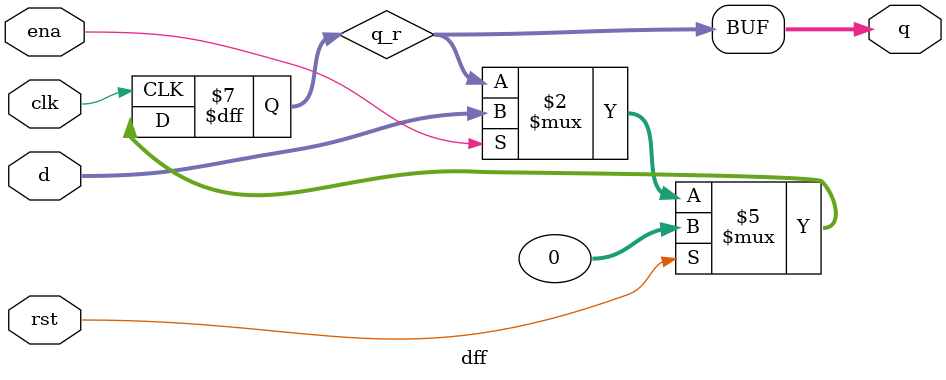
<source format=v>
module dff
#(
    parameter DATA_WIDTH = 32,
    parameter RESET_VAL  = 0
)
(
    input                   clk,
    input                   rst,
    input                   ena,
    input  [DATA_WIDTH-1:0] d,
    output [DATA_WIDTH-1:0] q
);

    reg [DATA_WIDTH-1:0] q_r;

    assign q = q_r;

    always @(posedge clk) begin
        if(rst) begin
            q_r <= RESET_VAL;
        end else if(ena) begin
            q_r <= d;
        end
    end


endmodule
</source>
